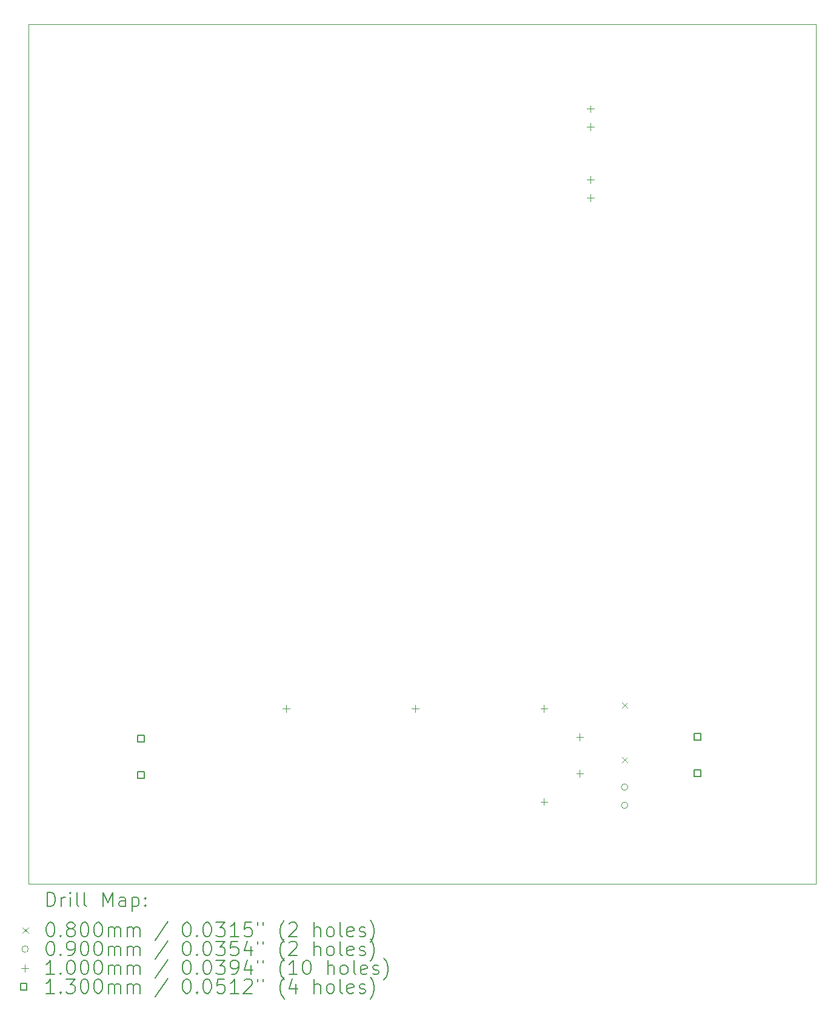
<source format=gbr>
%TF.GenerationSoftware,KiCad,Pcbnew,8.0.5*%
%TF.CreationDate,2024-11-10T22:21:34+02:00*%
%TF.ProjectId,PowerBoard,506f7765-7242-46f6-9172-642e6b696361,rev?*%
%TF.SameCoordinates,Original*%
%TF.FileFunction,Drillmap*%
%TF.FilePolarity,Positive*%
%FSLAX45Y45*%
G04 Gerber Fmt 4.5, Leading zero omitted, Abs format (unit mm)*
G04 Created by KiCad (PCBNEW 8.0.5) date 2024-11-10 22:21:34*
%MOMM*%
%LPD*%
G01*
G04 APERTURE LIST*
%ADD10C,0.050000*%
%ADD11C,0.200000*%
%ADD12C,0.100000*%
%ADD13C,0.130000*%
G04 APERTURE END LIST*
D10*
X7250000Y-3200000D02*
X18250000Y-3200000D01*
X18250000Y-15200000D01*
X7250000Y-15200000D01*
X7250000Y-3200000D01*
D11*
D12*
X15535000Y-12662500D02*
X15615000Y-12742500D01*
X15615000Y-12662500D02*
X15535000Y-12742500D01*
X15535000Y-13424500D02*
X15615000Y-13504500D01*
X15615000Y-13424500D02*
X15535000Y-13504500D01*
X15620000Y-13846000D02*
G75*
G02*
X15530000Y-13846000I-45000J0D01*
G01*
X15530000Y-13846000D02*
G75*
G02*
X15620000Y-13846000I45000J0D01*
G01*
X15620000Y-14100000D02*
G75*
G02*
X15530000Y-14100000I-45000J0D01*
G01*
X15530000Y-14100000D02*
G75*
G02*
X15620000Y-14100000I45000J0D01*
G01*
X10850000Y-12700000D02*
X10850000Y-12800000D01*
X10800000Y-12750000D02*
X10900000Y-12750000D01*
X12650000Y-12700000D02*
X12650000Y-12800000D01*
X12600000Y-12750000D02*
X12700000Y-12750000D01*
X14450000Y-12700000D02*
X14450000Y-12800000D01*
X14400000Y-12750000D02*
X14500000Y-12750000D01*
X14450000Y-14000000D02*
X14450000Y-14100000D01*
X14400000Y-14050000D02*
X14500000Y-14050000D01*
X14950000Y-13096000D02*
X14950000Y-13196000D01*
X14900000Y-13146000D02*
X15000000Y-13146000D01*
X14950000Y-13604000D02*
X14950000Y-13704000D01*
X14900000Y-13654000D02*
X15000000Y-13654000D01*
X15100000Y-4330000D02*
X15100000Y-4430000D01*
X15050000Y-4380000D02*
X15150000Y-4380000D01*
X15100000Y-4580000D02*
X15100000Y-4680000D01*
X15050000Y-4630000D02*
X15150000Y-4630000D01*
X15100000Y-5320000D02*
X15100000Y-5420000D01*
X15050000Y-5370000D02*
X15150000Y-5370000D01*
X15100000Y-5570000D02*
X15100000Y-5670000D01*
X15050000Y-5620000D02*
X15150000Y-5620000D01*
D13*
X8865462Y-13216462D02*
X8865462Y-13124538D01*
X8773538Y-13124538D01*
X8773538Y-13216462D01*
X8865462Y-13216462D01*
X8865462Y-13724462D02*
X8865462Y-13632538D01*
X8773538Y-13632538D01*
X8773538Y-13724462D01*
X8865462Y-13724462D01*
X16639462Y-13192462D02*
X16639462Y-13100538D01*
X16547538Y-13100538D01*
X16547538Y-13192462D01*
X16639462Y-13192462D01*
X16639462Y-13700462D02*
X16639462Y-13608538D01*
X16547538Y-13608538D01*
X16547538Y-13700462D01*
X16639462Y-13700462D01*
D11*
X7508277Y-15513984D02*
X7508277Y-15313984D01*
X7508277Y-15313984D02*
X7555896Y-15313984D01*
X7555896Y-15313984D02*
X7584467Y-15323508D01*
X7584467Y-15323508D02*
X7603515Y-15342555D01*
X7603515Y-15342555D02*
X7613039Y-15361603D01*
X7613039Y-15361603D02*
X7622562Y-15399698D01*
X7622562Y-15399698D02*
X7622562Y-15428269D01*
X7622562Y-15428269D02*
X7613039Y-15466365D01*
X7613039Y-15466365D02*
X7603515Y-15485412D01*
X7603515Y-15485412D02*
X7584467Y-15504460D01*
X7584467Y-15504460D02*
X7555896Y-15513984D01*
X7555896Y-15513984D02*
X7508277Y-15513984D01*
X7708277Y-15513984D02*
X7708277Y-15380650D01*
X7708277Y-15418746D02*
X7717801Y-15399698D01*
X7717801Y-15399698D02*
X7727324Y-15390174D01*
X7727324Y-15390174D02*
X7746372Y-15380650D01*
X7746372Y-15380650D02*
X7765420Y-15380650D01*
X7832086Y-15513984D02*
X7832086Y-15380650D01*
X7832086Y-15313984D02*
X7822562Y-15323508D01*
X7822562Y-15323508D02*
X7832086Y-15333031D01*
X7832086Y-15333031D02*
X7841610Y-15323508D01*
X7841610Y-15323508D02*
X7832086Y-15313984D01*
X7832086Y-15313984D02*
X7832086Y-15333031D01*
X7955896Y-15513984D02*
X7936848Y-15504460D01*
X7936848Y-15504460D02*
X7927324Y-15485412D01*
X7927324Y-15485412D02*
X7927324Y-15313984D01*
X8060658Y-15513984D02*
X8041610Y-15504460D01*
X8041610Y-15504460D02*
X8032086Y-15485412D01*
X8032086Y-15485412D02*
X8032086Y-15313984D01*
X8289229Y-15513984D02*
X8289229Y-15313984D01*
X8289229Y-15313984D02*
X8355896Y-15456841D01*
X8355896Y-15456841D02*
X8422563Y-15313984D01*
X8422563Y-15313984D02*
X8422563Y-15513984D01*
X8603515Y-15513984D02*
X8603515Y-15409222D01*
X8603515Y-15409222D02*
X8593991Y-15390174D01*
X8593991Y-15390174D02*
X8574944Y-15380650D01*
X8574944Y-15380650D02*
X8536848Y-15380650D01*
X8536848Y-15380650D02*
X8517801Y-15390174D01*
X8603515Y-15504460D02*
X8584467Y-15513984D01*
X8584467Y-15513984D02*
X8536848Y-15513984D01*
X8536848Y-15513984D02*
X8517801Y-15504460D01*
X8517801Y-15504460D02*
X8508277Y-15485412D01*
X8508277Y-15485412D02*
X8508277Y-15466365D01*
X8508277Y-15466365D02*
X8517801Y-15447317D01*
X8517801Y-15447317D02*
X8536848Y-15437793D01*
X8536848Y-15437793D02*
X8584467Y-15437793D01*
X8584467Y-15437793D02*
X8603515Y-15428269D01*
X8698753Y-15380650D02*
X8698753Y-15580650D01*
X8698753Y-15390174D02*
X8717801Y-15380650D01*
X8717801Y-15380650D02*
X8755896Y-15380650D01*
X8755896Y-15380650D02*
X8774944Y-15390174D01*
X8774944Y-15390174D02*
X8784467Y-15399698D01*
X8784467Y-15399698D02*
X8793991Y-15418746D01*
X8793991Y-15418746D02*
X8793991Y-15475888D01*
X8793991Y-15475888D02*
X8784467Y-15494936D01*
X8784467Y-15494936D02*
X8774944Y-15504460D01*
X8774944Y-15504460D02*
X8755896Y-15513984D01*
X8755896Y-15513984D02*
X8717801Y-15513984D01*
X8717801Y-15513984D02*
X8698753Y-15504460D01*
X8879705Y-15494936D02*
X8889229Y-15504460D01*
X8889229Y-15504460D02*
X8879705Y-15513984D01*
X8879705Y-15513984D02*
X8870182Y-15504460D01*
X8870182Y-15504460D02*
X8879705Y-15494936D01*
X8879705Y-15494936D02*
X8879705Y-15513984D01*
X8879705Y-15390174D02*
X8889229Y-15399698D01*
X8889229Y-15399698D02*
X8879705Y-15409222D01*
X8879705Y-15409222D02*
X8870182Y-15399698D01*
X8870182Y-15399698D02*
X8879705Y-15390174D01*
X8879705Y-15390174D02*
X8879705Y-15409222D01*
D12*
X7167500Y-15802500D02*
X7247500Y-15882500D01*
X7247500Y-15802500D02*
X7167500Y-15882500D01*
D11*
X7546372Y-15733984D02*
X7565420Y-15733984D01*
X7565420Y-15733984D02*
X7584467Y-15743508D01*
X7584467Y-15743508D02*
X7593991Y-15753031D01*
X7593991Y-15753031D02*
X7603515Y-15772079D01*
X7603515Y-15772079D02*
X7613039Y-15810174D01*
X7613039Y-15810174D02*
X7613039Y-15857793D01*
X7613039Y-15857793D02*
X7603515Y-15895888D01*
X7603515Y-15895888D02*
X7593991Y-15914936D01*
X7593991Y-15914936D02*
X7584467Y-15924460D01*
X7584467Y-15924460D02*
X7565420Y-15933984D01*
X7565420Y-15933984D02*
X7546372Y-15933984D01*
X7546372Y-15933984D02*
X7527324Y-15924460D01*
X7527324Y-15924460D02*
X7517801Y-15914936D01*
X7517801Y-15914936D02*
X7508277Y-15895888D01*
X7508277Y-15895888D02*
X7498753Y-15857793D01*
X7498753Y-15857793D02*
X7498753Y-15810174D01*
X7498753Y-15810174D02*
X7508277Y-15772079D01*
X7508277Y-15772079D02*
X7517801Y-15753031D01*
X7517801Y-15753031D02*
X7527324Y-15743508D01*
X7527324Y-15743508D02*
X7546372Y-15733984D01*
X7698753Y-15914936D02*
X7708277Y-15924460D01*
X7708277Y-15924460D02*
X7698753Y-15933984D01*
X7698753Y-15933984D02*
X7689229Y-15924460D01*
X7689229Y-15924460D02*
X7698753Y-15914936D01*
X7698753Y-15914936D02*
X7698753Y-15933984D01*
X7822562Y-15819698D02*
X7803515Y-15810174D01*
X7803515Y-15810174D02*
X7793991Y-15800650D01*
X7793991Y-15800650D02*
X7784467Y-15781603D01*
X7784467Y-15781603D02*
X7784467Y-15772079D01*
X7784467Y-15772079D02*
X7793991Y-15753031D01*
X7793991Y-15753031D02*
X7803515Y-15743508D01*
X7803515Y-15743508D02*
X7822562Y-15733984D01*
X7822562Y-15733984D02*
X7860658Y-15733984D01*
X7860658Y-15733984D02*
X7879705Y-15743508D01*
X7879705Y-15743508D02*
X7889229Y-15753031D01*
X7889229Y-15753031D02*
X7898753Y-15772079D01*
X7898753Y-15772079D02*
X7898753Y-15781603D01*
X7898753Y-15781603D02*
X7889229Y-15800650D01*
X7889229Y-15800650D02*
X7879705Y-15810174D01*
X7879705Y-15810174D02*
X7860658Y-15819698D01*
X7860658Y-15819698D02*
X7822562Y-15819698D01*
X7822562Y-15819698D02*
X7803515Y-15829222D01*
X7803515Y-15829222D02*
X7793991Y-15838746D01*
X7793991Y-15838746D02*
X7784467Y-15857793D01*
X7784467Y-15857793D02*
X7784467Y-15895888D01*
X7784467Y-15895888D02*
X7793991Y-15914936D01*
X7793991Y-15914936D02*
X7803515Y-15924460D01*
X7803515Y-15924460D02*
X7822562Y-15933984D01*
X7822562Y-15933984D02*
X7860658Y-15933984D01*
X7860658Y-15933984D02*
X7879705Y-15924460D01*
X7879705Y-15924460D02*
X7889229Y-15914936D01*
X7889229Y-15914936D02*
X7898753Y-15895888D01*
X7898753Y-15895888D02*
X7898753Y-15857793D01*
X7898753Y-15857793D02*
X7889229Y-15838746D01*
X7889229Y-15838746D02*
X7879705Y-15829222D01*
X7879705Y-15829222D02*
X7860658Y-15819698D01*
X8022562Y-15733984D02*
X8041610Y-15733984D01*
X8041610Y-15733984D02*
X8060658Y-15743508D01*
X8060658Y-15743508D02*
X8070182Y-15753031D01*
X8070182Y-15753031D02*
X8079705Y-15772079D01*
X8079705Y-15772079D02*
X8089229Y-15810174D01*
X8089229Y-15810174D02*
X8089229Y-15857793D01*
X8089229Y-15857793D02*
X8079705Y-15895888D01*
X8079705Y-15895888D02*
X8070182Y-15914936D01*
X8070182Y-15914936D02*
X8060658Y-15924460D01*
X8060658Y-15924460D02*
X8041610Y-15933984D01*
X8041610Y-15933984D02*
X8022562Y-15933984D01*
X8022562Y-15933984D02*
X8003515Y-15924460D01*
X8003515Y-15924460D02*
X7993991Y-15914936D01*
X7993991Y-15914936D02*
X7984467Y-15895888D01*
X7984467Y-15895888D02*
X7974943Y-15857793D01*
X7974943Y-15857793D02*
X7974943Y-15810174D01*
X7974943Y-15810174D02*
X7984467Y-15772079D01*
X7984467Y-15772079D02*
X7993991Y-15753031D01*
X7993991Y-15753031D02*
X8003515Y-15743508D01*
X8003515Y-15743508D02*
X8022562Y-15733984D01*
X8213039Y-15733984D02*
X8232086Y-15733984D01*
X8232086Y-15733984D02*
X8251134Y-15743508D01*
X8251134Y-15743508D02*
X8260658Y-15753031D01*
X8260658Y-15753031D02*
X8270182Y-15772079D01*
X8270182Y-15772079D02*
X8279705Y-15810174D01*
X8279705Y-15810174D02*
X8279705Y-15857793D01*
X8279705Y-15857793D02*
X8270182Y-15895888D01*
X8270182Y-15895888D02*
X8260658Y-15914936D01*
X8260658Y-15914936D02*
X8251134Y-15924460D01*
X8251134Y-15924460D02*
X8232086Y-15933984D01*
X8232086Y-15933984D02*
X8213039Y-15933984D01*
X8213039Y-15933984D02*
X8193991Y-15924460D01*
X8193991Y-15924460D02*
X8184467Y-15914936D01*
X8184467Y-15914936D02*
X8174943Y-15895888D01*
X8174943Y-15895888D02*
X8165420Y-15857793D01*
X8165420Y-15857793D02*
X8165420Y-15810174D01*
X8165420Y-15810174D02*
X8174943Y-15772079D01*
X8174943Y-15772079D02*
X8184467Y-15753031D01*
X8184467Y-15753031D02*
X8193991Y-15743508D01*
X8193991Y-15743508D02*
X8213039Y-15733984D01*
X8365420Y-15933984D02*
X8365420Y-15800650D01*
X8365420Y-15819698D02*
X8374943Y-15810174D01*
X8374943Y-15810174D02*
X8393991Y-15800650D01*
X8393991Y-15800650D02*
X8422563Y-15800650D01*
X8422563Y-15800650D02*
X8441610Y-15810174D01*
X8441610Y-15810174D02*
X8451134Y-15829222D01*
X8451134Y-15829222D02*
X8451134Y-15933984D01*
X8451134Y-15829222D02*
X8460658Y-15810174D01*
X8460658Y-15810174D02*
X8479705Y-15800650D01*
X8479705Y-15800650D02*
X8508277Y-15800650D01*
X8508277Y-15800650D02*
X8527325Y-15810174D01*
X8527325Y-15810174D02*
X8536848Y-15829222D01*
X8536848Y-15829222D02*
X8536848Y-15933984D01*
X8632086Y-15933984D02*
X8632086Y-15800650D01*
X8632086Y-15819698D02*
X8641610Y-15810174D01*
X8641610Y-15810174D02*
X8660658Y-15800650D01*
X8660658Y-15800650D02*
X8689229Y-15800650D01*
X8689229Y-15800650D02*
X8708277Y-15810174D01*
X8708277Y-15810174D02*
X8717801Y-15829222D01*
X8717801Y-15829222D02*
X8717801Y-15933984D01*
X8717801Y-15829222D02*
X8727325Y-15810174D01*
X8727325Y-15810174D02*
X8746372Y-15800650D01*
X8746372Y-15800650D02*
X8774944Y-15800650D01*
X8774944Y-15800650D02*
X8793991Y-15810174D01*
X8793991Y-15810174D02*
X8803515Y-15829222D01*
X8803515Y-15829222D02*
X8803515Y-15933984D01*
X9193991Y-15724460D02*
X9022563Y-15981603D01*
X9451134Y-15733984D02*
X9470182Y-15733984D01*
X9470182Y-15733984D02*
X9489229Y-15743508D01*
X9489229Y-15743508D02*
X9498753Y-15753031D01*
X9498753Y-15753031D02*
X9508277Y-15772079D01*
X9508277Y-15772079D02*
X9517801Y-15810174D01*
X9517801Y-15810174D02*
X9517801Y-15857793D01*
X9517801Y-15857793D02*
X9508277Y-15895888D01*
X9508277Y-15895888D02*
X9498753Y-15914936D01*
X9498753Y-15914936D02*
X9489229Y-15924460D01*
X9489229Y-15924460D02*
X9470182Y-15933984D01*
X9470182Y-15933984D02*
X9451134Y-15933984D01*
X9451134Y-15933984D02*
X9432087Y-15924460D01*
X9432087Y-15924460D02*
X9422563Y-15914936D01*
X9422563Y-15914936D02*
X9413039Y-15895888D01*
X9413039Y-15895888D02*
X9403515Y-15857793D01*
X9403515Y-15857793D02*
X9403515Y-15810174D01*
X9403515Y-15810174D02*
X9413039Y-15772079D01*
X9413039Y-15772079D02*
X9422563Y-15753031D01*
X9422563Y-15753031D02*
X9432087Y-15743508D01*
X9432087Y-15743508D02*
X9451134Y-15733984D01*
X9603515Y-15914936D02*
X9613039Y-15924460D01*
X9613039Y-15924460D02*
X9603515Y-15933984D01*
X9603515Y-15933984D02*
X9593991Y-15924460D01*
X9593991Y-15924460D02*
X9603515Y-15914936D01*
X9603515Y-15914936D02*
X9603515Y-15933984D01*
X9736848Y-15733984D02*
X9755896Y-15733984D01*
X9755896Y-15733984D02*
X9774944Y-15743508D01*
X9774944Y-15743508D02*
X9784468Y-15753031D01*
X9784468Y-15753031D02*
X9793991Y-15772079D01*
X9793991Y-15772079D02*
X9803515Y-15810174D01*
X9803515Y-15810174D02*
X9803515Y-15857793D01*
X9803515Y-15857793D02*
X9793991Y-15895888D01*
X9793991Y-15895888D02*
X9784468Y-15914936D01*
X9784468Y-15914936D02*
X9774944Y-15924460D01*
X9774944Y-15924460D02*
X9755896Y-15933984D01*
X9755896Y-15933984D02*
X9736848Y-15933984D01*
X9736848Y-15933984D02*
X9717801Y-15924460D01*
X9717801Y-15924460D02*
X9708277Y-15914936D01*
X9708277Y-15914936D02*
X9698753Y-15895888D01*
X9698753Y-15895888D02*
X9689229Y-15857793D01*
X9689229Y-15857793D02*
X9689229Y-15810174D01*
X9689229Y-15810174D02*
X9698753Y-15772079D01*
X9698753Y-15772079D02*
X9708277Y-15753031D01*
X9708277Y-15753031D02*
X9717801Y-15743508D01*
X9717801Y-15743508D02*
X9736848Y-15733984D01*
X9870182Y-15733984D02*
X9993991Y-15733984D01*
X9993991Y-15733984D02*
X9927325Y-15810174D01*
X9927325Y-15810174D02*
X9955896Y-15810174D01*
X9955896Y-15810174D02*
X9974944Y-15819698D01*
X9974944Y-15819698D02*
X9984468Y-15829222D01*
X9984468Y-15829222D02*
X9993991Y-15848269D01*
X9993991Y-15848269D02*
X9993991Y-15895888D01*
X9993991Y-15895888D02*
X9984468Y-15914936D01*
X9984468Y-15914936D02*
X9974944Y-15924460D01*
X9974944Y-15924460D02*
X9955896Y-15933984D01*
X9955896Y-15933984D02*
X9898753Y-15933984D01*
X9898753Y-15933984D02*
X9879706Y-15924460D01*
X9879706Y-15924460D02*
X9870182Y-15914936D01*
X10184468Y-15933984D02*
X10070182Y-15933984D01*
X10127325Y-15933984D02*
X10127325Y-15733984D01*
X10127325Y-15733984D02*
X10108277Y-15762555D01*
X10108277Y-15762555D02*
X10089229Y-15781603D01*
X10089229Y-15781603D02*
X10070182Y-15791127D01*
X10365420Y-15733984D02*
X10270182Y-15733984D01*
X10270182Y-15733984D02*
X10260658Y-15829222D01*
X10260658Y-15829222D02*
X10270182Y-15819698D01*
X10270182Y-15819698D02*
X10289229Y-15810174D01*
X10289229Y-15810174D02*
X10336849Y-15810174D01*
X10336849Y-15810174D02*
X10355896Y-15819698D01*
X10355896Y-15819698D02*
X10365420Y-15829222D01*
X10365420Y-15829222D02*
X10374944Y-15848269D01*
X10374944Y-15848269D02*
X10374944Y-15895888D01*
X10374944Y-15895888D02*
X10365420Y-15914936D01*
X10365420Y-15914936D02*
X10355896Y-15924460D01*
X10355896Y-15924460D02*
X10336849Y-15933984D01*
X10336849Y-15933984D02*
X10289229Y-15933984D01*
X10289229Y-15933984D02*
X10270182Y-15924460D01*
X10270182Y-15924460D02*
X10260658Y-15914936D01*
X10451134Y-15733984D02*
X10451134Y-15772079D01*
X10527325Y-15733984D02*
X10527325Y-15772079D01*
X10822563Y-16010174D02*
X10813039Y-16000650D01*
X10813039Y-16000650D02*
X10793991Y-15972079D01*
X10793991Y-15972079D02*
X10784468Y-15953031D01*
X10784468Y-15953031D02*
X10774944Y-15924460D01*
X10774944Y-15924460D02*
X10765420Y-15876841D01*
X10765420Y-15876841D02*
X10765420Y-15838746D01*
X10765420Y-15838746D02*
X10774944Y-15791127D01*
X10774944Y-15791127D02*
X10784468Y-15762555D01*
X10784468Y-15762555D02*
X10793991Y-15743508D01*
X10793991Y-15743508D02*
X10813039Y-15714936D01*
X10813039Y-15714936D02*
X10822563Y-15705412D01*
X10889230Y-15753031D02*
X10898753Y-15743508D01*
X10898753Y-15743508D02*
X10917801Y-15733984D01*
X10917801Y-15733984D02*
X10965420Y-15733984D01*
X10965420Y-15733984D02*
X10984468Y-15743508D01*
X10984468Y-15743508D02*
X10993991Y-15753031D01*
X10993991Y-15753031D02*
X11003515Y-15772079D01*
X11003515Y-15772079D02*
X11003515Y-15791127D01*
X11003515Y-15791127D02*
X10993991Y-15819698D01*
X10993991Y-15819698D02*
X10879706Y-15933984D01*
X10879706Y-15933984D02*
X11003515Y-15933984D01*
X11241610Y-15933984D02*
X11241610Y-15733984D01*
X11327325Y-15933984D02*
X11327325Y-15829222D01*
X11327325Y-15829222D02*
X11317801Y-15810174D01*
X11317801Y-15810174D02*
X11298753Y-15800650D01*
X11298753Y-15800650D02*
X11270182Y-15800650D01*
X11270182Y-15800650D02*
X11251134Y-15810174D01*
X11251134Y-15810174D02*
X11241610Y-15819698D01*
X11451134Y-15933984D02*
X11432087Y-15924460D01*
X11432087Y-15924460D02*
X11422563Y-15914936D01*
X11422563Y-15914936D02*
X11413039Y-15895888D01*
X11413039Y-15895888D02*
X11413039Y-15838746D01*
X11413039Y-15838746D02*
X11422563Y-15819698D01*
X11422563Y-15819698D02*
X11432087Y-15810174D01*
X11432087Y-15810174D02*
X11451134Y-15800650D01*
X11451134Y-15800650D02*
X11479706Y-15800650D01*
X11479706Y-15800650D02*
X11498753Y-15810174D01*
X11498753Y-15810174D02*
X11508277Y-15819698D01*
X11508277Y-15819698D02*
X11517801Y-15838746D01*
X11517801Y-15838746D02*
X11517801Y-15895888D01*
X11517801Y-15895888D02*
X11508277Y-15914936D01*
X11508277Y-15914936D02*
X11498753Y-15924460D01*
X11498753Y-15924460D02*
X11479706Y-15933984D01*
X11479706Y-15933984D02*
X11451134Y-15933984D01*
X11632087Y-15933984D02*
X11613039Y-15924460D01*
X11613039Y-15924460D02*
X11603515Y-15905412D01*
X11603515Y-15905412D02*
X11603515Y-15733984D01*
X11784468Y-15924460D02*
X11765420Y-15933984D01*
X11765420Y-15933984D02*
X11727325Y-15933984D01*
X11727325Y-15933984D02*
X11708277Y-15924460D01*
X11708277Y-15924460D02*
X11698753Y-15905412D01*
X11698753Y-15905412D02*
X11698753Y-15829222D01*
X11698753Y-15829222D02*
X11708277Y-15810174D01*
X11708277Y-15810174D02*
X11727325Y-15800650D01*
X11727325Y-15800650D02*
X11765420Y-15800650D01*
X11765420Y-15800650D02*
X11784468Y-15810174D01*
X11784468Y-15810174D02*
X11793991Y-15829222D01*
X11793991Y-15829222D02*
X11793991Y-15848269D01*
X11793991Y-15848269D02*
X11698753Y-15867317D01*
X11870182Y-15924460D02*
X11889230Y-15933984D01*
X11889230Y-15933984D02*
X11927325Y-15933984D01*
X11927325Y-15933984D02*
X11946372Y-15924460D01*
X11946372Y-15924460D02*
X11955896Y-15905412D01*
X11955896Y-15905412D02*
X11955896Y-15895888D01*
X11955896Y-15895888D02*
X11946372Y-15876841D01*
X11946372Y-15876841D02*
X11927325Y-15867317D01*
X11927325Y-15867317D02*
X11898753Y-15867317D01*
X11898753Y-15867317D02*
X11879706Y-15857793D01*
X11879706Y-15857793D02*
X11870182Y-15838746D01*
X11870182Y-15838746D02*
X11870182Y-15829222D01*
X11870182Y-15829222D02*
X11879706Y-15810174D01*
X11879706Y-15810174D02*
X11898753Y-15800650D01*
X11898753Y-15800650D02*
X11927325Y-15800650D01*
X11927325Y-15800650D02*
X11946372Y-15810174D01*
X12022563Y-16010174D02*
X12032087Y-16000650D01*
X12032087Y-16000650D02*
X12051134Y-15972079D01*
X12051134Y-15972079D02*
X12060658Y-15953031D01*
X12060658Y-15953031D02*
X12070182Y-15924460D01*
X12070182Y-15924460D02*
X12079706Y-15876841D01*
X12079706Y-15876841D02*
X12079706Y-15838746D01*
X12079706Y-15838746D02*
X12070182Y-15791127D01*
X12070182Y-15791127D02*
X12060658Y-15762555D01*
X12060658Y-15762555D02*
X12051134Y-15743508D01*
X12051134Y-15743508D02*
X12032087Y-15714936D01*
X12032087Y-15714936D02*
X12022563Y-15705412D01*
D12*
X7247500Y-16106500D02*
G75*
G02*
X7157500Y-16106500I-45000J0D01*
G01*
X7157500Y-16106500D02*
G75*
G02*
X7247500Y-16106500I45000J0D01*
G01*
D11*
X7546372Y-15997984D02*
X7565420Y-15997984D01*
X7565420Y-15997984D02*
X7584467Y-16007508D01*
X7584467Y-16007508D02*
X7593991Y-16017031D01*
X7593991Y-16017031D02*
X7603515Y-16036079D01*
X7603515Y-16036079D02*
X7613039Y-16074174D01*
X7613039Y-16074174D02*
X7613039Y-16121793D01*
X7613039Y-16121793D02*
X7603515Y-16159888D01*
X7603515Y-16159888D02*
X7593991Y-16178936D01*
X7593991Y-16178936D02*
X7584467Y-16188460D01*
X7584467Y-16188460D02*
X7565420Y-16197984D01*
X7565420Y-16197984D02*
X7546372Y-16197984D01*
X7546372Y-16197984D02*
X7527324Y-16188460D01*
X7527324Y-16188460D02*
X7517801Y-16178936D01*
X7517801Y-16178936D02*
X7508277Y-16159888D01*
X7508277Y-16159888D02*
X7498753Y-16121793D01*
X7498753Y-16121793D02*
X7498753Y-16074174D01*
X7498753Y-16074174D02*
X7508277Y-16036079D01*
X7508277Y-16036079D02*
X7517801Y-16017031D01*
X7517801Y-16017031D02*
X7527324Y-16007508D01*
X7527324Y-16007508D02*
X7546372Y-15997984D01*
X7698753Y-16178936D02*
X7708277Y-16188460D01*
X7708277Y-16188460D02*
X7698753Y-16197984D01*
X7698753Y-16197984D02*
X7689229Y-16188460D01*
X7689229Y-16188460D02*
X7698753Y-16178936D01*
X7698753Y-16178936D02*
X7698753Y-16197984D01*
X7803515Y-16197984D02*
X7841610Y-16197984D01*
X7841610Y-16197984D02*
X7860658Y-16188460D01*
X7860658Y-16188460D02*
X7870182Y-16178936D01*
X7870182Y-16178936D02*
X7889229Y-16150365D01*
X7889229Y-16150365D02*
X7898753Y-16112269D01*
X7898753Y-16112269D02*
X7898753Y-16036079D01*
X7898753Y-16036079D02*
X7889229Y-16017031D01*
X7889229Y-16017031D02*
X7879705Y-16007508D01*
X7879705Y-16007508D02*
X7860658Y-15997984D01*
X7860658Y-15997984D02*
X7822562Y-15997984D01*
X7822562Y-15997984D02*
X7803515Y-16007508D01*
X7803515Y-16007508D02*
X7793991Y-16017031D01*
X7793991Y-16017031D02*
X7784467Y-16036079D01*
X7784467Y-16036079D02*
X7784467Y-16083698D01*
X7784467Y-16083698D02*
X7793991Y-16102746D01*
X7793991Y-16102746D02*
X7803515Y-16112269D01*
X7803515Y-16112269D02*
X7822562Y-16121793D01*
X7822562Y-16121793D02*
X7860658Y-16121793D01*
X7860658Y-16121793D02*
X7879705Y-16112269D01*
X7879705Y-16112269D02*
X7889229Y-16102746D01*
X7889229Y-16102746D02*
X7898753Y-16083698D01*
X8022562Y-15997984D02*
X8041610Y-15997984D01*
X8041610Y-15997984D02*
X8060658Y-16007508D01*
X8060658Y-16007508D02*
X8070182Y-16017031D01*
X8070182Y-16017031D02*
X8079705Y-16036079D01*
X8079705Y-16036079D02*
X8089229Y-16074174D01*
X8089229Y-16074174D02*
X8089229Y-16121793D01*
X8089229Y-16121793D02*
X8079705Y-16159888D01*
X8079705Y-16159888D02*
X8070182Y-16178936D01*
X8070182Y-16178936D02*
X8060658Y-16188460D01*
X8060658Y-16188460D02*
X8041610Y-16197984D01*
X8041610Y-16197984D02*
X8022562Y-16197984D01*
X8022562Y-16197984D02*
X8003515Y-16188460D01*
X8003515Y-16188460D02*
X7993991Y-16178936D01*
X7993991Y-16178936D02*
X7984467Y-16159888D01*
X7984467Y-16159888D02*
X7974943Y-16121793D01*
X7974943Y-16121793D02*
X7974943Y-16074174D01*
X7974943Y-16074174D02*
X7984467Y-16036079D01*
X7984467Y-16036079D02*
X7993991Y-16017031D01*
X7993991Y-16017031D02*
X8003515Y-16007508D01*
X8003515Y-16007508D02*
X8022562Y-15997984D01*
X8213039Y-15997984D02*
X8232086Y-15997984D01*
X8232086Y-15997984D02*
X8251134Y-16007508D01*
X8251134Y-16007508D02*
X8260658Y-16017031D01*
X8260658Y-16017031D02*
X8270182Y-16036079D01*
X8270182Y-16036079D02*
X8279705Y-16074174D01*
X8279705Y-16074174D02*
X8279705Y-16121793D01*
X8279705Y-16121793D02*
X8270182Y-16159888D01*
X8270182Y-16159888D02*
X8260658Y-16178936D01*
X8260658Y-16178936D02*
X8251134Y-16188460D01*
X8251134Y-16188460D02*
X8232086Y-16197984D01*
X8232086Y-16197984D02*
X8213039Y-16197984D01*
X8213039Y-16197984D02*
X8193991Y-16188460D01*
X8193991Y-16188460D02*
X8184467Y-16178936D01*
X8184467Y-16178936D02*
X8174943Y-16159888D01*
X8174943Y-16159888D02*
X8165420Y-16121793D01*
X8165420Y-16121793D02*
X8165420Y-16074174D01*
X8165420Y-16074174D02*
X8174943Y-16036079D01*
X8174943Y-16036079D02*
X8184467Y-16017031D01*
X8184467Y-16017031D02*
X8193991Y-16007508D01*
X8193991Y-16007508D02*
X8213039Y-15997984D01*
X8365420Y-16197984D02*
X8365420Y-16064650D01*
X8365420Y-16083698D02*
X8374943Y-16074174D01*
X8374943Y-16074174D02*
X8393991Y-16064650D01*
X8393991Y-16064650D02*
X8422563Y-16064650D01*
X8422563Y-16064650D02*
X8441610Y-16074174D01*
X8441610Y-16074174D02*
X8451134Y-16093222D01*
X8451134Y-16093222D02*
X8451134Y-16197984D01*
X8451134Y-16093222D02*
X8460658Y-16074174D01*
X8460658Y-16074174D02*
X8479705Y-16064650D01*
X8479705Y-16064650D02*
X8508277Y-16064650D01*
X8508277Y-16064650D02*
X8527325Y-16074174D01*
X8527325Y-16074174D02*
X8536848Y-16093222D01*
X8536848Y-16093222D02*
X8536848Y-16197984D01*
X8632086Y-16197984D02*
X8632086Y-16064650D01*
X8632086Y-16083698D02*
X8641610Y-16074174D01*
X8641610Y-16074174D02*
X8660658Y-16064650D01*
X8660658Y-16064650D02*
X8689229Y-16064650D01*
X8689229Y-16064650D02*
X8708277Y-16074174D01*
X8708277Y-16074174D02*
X8717801Y-16093222D01*
X8717801Y-16093222D02*
X8717801Y-16197984D01*
X8717801Y-16093222D02*
X8727325Y-16074174D01*
X8727325Y-16074174D02*
X8746372Y-16064650D01*
X8746372Y-16064650D02*
X8774944Y-16064650D01*
X8774944Y-16064650D02*
X8793991Y-16074174D01*
X8793991Y-16074174D02*
X8803515Y-16093222D01*
X8803515Y-16093222D02*
X8803515Y-16197984D01*
X9193991Y-15988460D02*
X9022563Y-16245603D01*
X9451134Y-15997984D02*
X9470182Y-15997984D01*
X9470182Y-15997984D02*
X9489229Y-16007508D01*
X9489229Y-16007508D02*
X9498753Y-16017031D01*
X9498753Y-16017031D02*
X9508277Y-16036079D01*
X9508277Y-16036079D02*
X9517801Y-16074174D01*
X9517801Y-16074174D02*
X9517801Y-16121793D01*
X9517801Y-16121793D02*
X9508277Y-16159888D01*
X9508277Y-16159888D02*
X9498753Y-16178936D01*
X9498753Y-16178936D02*
X9489229Y-16188460D01*
X9489229Y-16188460D02*
X9470182Y-16197984D01*
X9470182Y-16197984D02*
X9451134Y-16197984D01*
X9451134Y-16197984D02*
X9432087Y-16188460D01*
X9432087Y-16188460D02*
X9422563Y-16178936D01*
X9422563Y-16178936D02*
X9413039Y-16159888D01*
X9413039Y-16159888D02*
X9403515Y-16121793D01*
X9403515Y-16121793D02*
X9403515Y-16074174D01*
X9403515Y-16074174D02*
X9413039Y-16036079D01*
X9413039Y-16036079D02*
X9422563Y-16017031D01*
X9422563Y-16017031D02*
X9432087Y-16007508D01*
X9432087Y-16007508D02*
X9451134Y-15997984D01*
X9603515Y-16178936D02*
X9613039Y-16188460D01*
X9613039Y-16188460D02*
X9603515Y-16197984D01*
X9603515Y-16197984D02*
X9593991Y-16188460D01*
X9593991Y-16188460D02*
X9603515Y-16178936D01*
X9603515Y-16178936D02*
X9603515Y-16197984D01*
X9736848Y-15997984D02*
X9755896Y-15997984D01*
X9755896Y-15997984D02*
X9774944Y-16007508D01*
X9774944Y-16007508D02*
X9784468Y-16017031D01*
X9784468Y-16017031D02*
X9793991Y-16036079D01*
X9793991Y-16036079D02*
X9803515Y-16074174D01*
X9803515Y-16074174D02*
X9803515Y-16121793D01*
X9803515Y-16121793D02*
X9793991Y-16159888D01*
X9793991Y-16159888D02*
X9784468Y-16178936D01*
X9784468Y-16178936D02*
X9774944Y-16188460D01*
X9774944Y-16188460D02*
X9755896Y-16197984D01*
X9755896Y-16197984D02*
X9736848Y-16197984D01*
X9736848Y-16197984D02*
X9717801Y-16188460D01*
X9717801Y-16188460D02*
X9708277Y-16178936D01*
X9708277Y-16178936D02*
X9698753Y-16159888D01*
X9698753Y-16159888D02*
X9689229Y-16121793D01*
X9689229Y-16121793D02*
X9689229Y-16074174D01*
X9689229Y-16074174D02*
X9698753Y-16036079D01*
X9698753Y-16036079D02*
X9708277Y-16017031D01*
X9708277Y-16017031D02*
X9717801Y-16007508D01*
X9717801Y-16007508D02*
X9736848Y-15997984D01*
X9870182Y-15997984D02*
X9993991Y-15997984D01*
X9993991Y-15997984D02*
X9927325Y-16074174D01*
X9927325Y-16074174D02*
X9955896Y-16074174D01*
X9955896Y-16074174D02*
X9974944Y-16083698D01*
X9974944Y-16083698D02*
X9984468Y-16093222D01*
X9984468Y-16093222D02*
X9993991Y-16112269D01*
X9993991Y-16112269D02*
X9993991Y-16159888D01*
X9993991Y-16159888D02*
X9984468Y-16178936D01*
X9984468Y-16178936D02*
X9974944Y-16188460D01*
X9974944Y-16188460D02*
X9955896Y-16197984D01*
X9955896Y-16197984D02*
X9898753Y-16197984D01*
X9898753Y-16197984D02*
X9879706Y-16188460D01*
X9879706Y-16188460D02*
X9870182Y-16178936D01*
X10174944Y-15997984D02*
X10079706Y-15997984D01*
X10079706Y-15997984D02*
X10070182Y-16093222D01*
X10070182Y-16093222D02*
X10079706Y-16083698D01*
X10079706Y-16083698D02*
X10098753Y-16074174D01*
X10098753Y-16074174D02*
X10146372Y-16074174D01*
X10146372Y-16074174D02*
X10165420Y-16083698D01*
X10165420Y-16083698D02*
X10174944Y-16093222D01*
X10174944Y-16093222D02*
X10184468Y-16112269D01*
X10184468Y-16112269D02*
X10184468Y-16159888D01*
X10184468Y-16159888D02*
X10174944Y-16178936D01*
X10174944Y-16178936D02*
X10165420Y-16188460D01*
X10165420Y-16188460D02*
X10146372Y-16197984D01*
X10146372Y-16197984D02*
X10098753Y-16197984D01*
X10098753Y-16197984D02*
X10079706Y-16188460D01*
X10079706Y-16188460D02*
X10070182Y-16178936D01*
X10355896Y-16064650D02*
X10355896Y-16197984D01*
X10308277Y-15988460D02*
X10260658Y-16131317D01*
X10260658Y-16131317D02*
X10384468Y-16131317D01*
X10451134Y-15997984D02*
X10451134Y-16036079D01*
X10527325Y-15997984D02*
X10527325Y-16036079D01*
X10822563Y-16274174D02*
X10813039Y-16264650D01*
X10813039Y-16264650D02*
X10793991Y-16236079D01*
X10793991Y-16236079D02*
X10784468Y-16217031D01*
X10784468Y-16217031D02*
X10774944Y-16188460D01*
X10774944Y-16188460D02*
X10765420Y-16140841D01*
X10765420Y-16140841D02*
X10765420Y-16102746D01*
X10765420Y-16102746D02*
X10774944Y-16055127D01*
X10774944Y-16055127D02*
X10784468Y-16026555D01*
X10784468Y-16026555D02*
X10793991Y-16007508D01*
X10793991Y-16007508D02*
X10813039Y-15978936D01*
X10813039Y-15978936D02*
X10822563Y-15969412D01*
X10889230Y-16017031D02*
X10898753Y-16007508D01*
X10898753Y-16007508D02*
X10917801Y-15997984D01*
X10917801Y-15997984D02*
X10965420Y-15997984D01*
X10965420Y-15997984D02*
X10984468Y-16007508D01*
X10984468Y-16007508D02*
X10993991Y-16017031D01*
X10993991Y-16017031D02*
X11003515Y-16036079D01*
X11003515Y-16036079D02*
X11003515Y-16055127D01*
X11003515Y-16055127D02*
X10993991Y-16083698D01*
X10993991Y-16083698D02*
X10879706Y-16197984D01*
X10879706Y-16197984D02*
X11003515Y-16197984D01*
X11241610Y-16197984D02*
X11241610Y-15997984D01*
X11327325Y-16197984D02*
X11327325Y-16093222D01*
X11327325Y-16093222D02*
X11317801Y-16074174D01*
X11317801Y-16074174D02*
X11298753Y-16064650D01*
X11298753Y-16064650D02*
X11270182Y-16064650D01*
X11270182Y-16064650D02*
X11251134Y-16074174D01*
X11251134Y-16074174D02*
X11241610Y-16083698D01*
X11451134Y-16197984D02*
X11432087Y-16188460D01*
X11432087Y-16188460D02*
X11422563Y-16178936D01*
X11422563Y-16178936D02*
X11413039Y-16159888D01*
X11413039Y-16159888D02*
X11413039Y-16102746D01*
X11413039Y-16102746D02*
X11422563Y-16083698D01*
X11422563Y-16083698D02*
X11432087Y-16074174D01*
X11432087Y-16074174D02*
X11451134Y-16064650D01*
X11451134Y-16064650D02*
X11479706Y-16064650D01*
X11479706Y-16064650D02*
X11498753Y-16074174D01*
X11498753Y-16074174D02*
X11508277Y-16083698D01*
X11508277Y-16083698D02*
X11517801Y-16102746D01*
X11517801Y-16102746D02*
X11517801Y-16159888D01*
X11517801Y-16159888D02*
X11508277Y-16178936D01*
X11508277Y-16178936D02*
X11498753Y-16188460D01*
X11498753Y-16188460D02*
X11479706Y-16197984D01*
X11479706Y-16197984D02*
X11451134Y-16197984D01*
X11632087Y-16197984D02*
X11613039Y-16188460D01*
X11613039Y-16188460D02*
X11603515Y-16169412D01*
X11603515Y-16169412D02*
X11603515Y-15997984D01*
X11784468Y-16188460D02*
X11765420Y-16197984D01*
X11765420Y-16197984D02*
X11727325Y-16197984D01*
X11727325Y-16197984D02*
X11708277Y-16188460D01*
X11708277Y-16188460D02*
X11698753Y-16169412D01*
X11698753Y-16169412D02*
X11698753Y-16093222D01*
X11698753Y-16093222D02*
X11708277Y-16074174D01*
X11708277Y-16074174D02*
X11727325Y-16064650D01*
X11727325Y-16064650D02*
X11765420Y-16064650D01*
X11765420Y-16064650D02*
X11784468Y-16074174D01*
X11784468Y-16074174D02*
X11793991Y-16093222D01*
X11793991Y-16093222D02*
X11793991Y-16112269D01*
X11793991Y-16112269D02*
X11698753Y-16131317D01*
X11870182Y-16188460D02*
X11889230Y-16197984D01*
X11889230Y-16197984D02*
X11927325Y-16197984D01*
X11927325Y-16197984D02*
X11946372Y-16188460D01*
X11946372Y-16188460D02*
X11955896Y-16169412D01*
X11955896Y-16169412D02*
X11955896Y-16159888D01*
X11955896Y-16159888D02*
X11946372Y-16140841D01*
X11946372Y-16140841D02*
X11927325Y-16131317D01*
X11927325Y-16131317D02*
X11898753Y-16131317D01*
X11898753Y-16131317D02*
X11879706Y-16121793D01*
X11879706Y-16121793D02*
X11870182Y-16102746D01*
X11870182Y-16102746D02*
X11870182Y-16093222D01*
X11870182Y-16093222D02*
X11879706Y-16074174D01*
X11879706Y-16074174D02*
X11898753Y-16064650D01*
X11898753Y-16064650D02*
X11927325Y-16064650D01*
X11927325Y-16064650D02*
X11946372Y-16074174D01*
X12022563Y-16274174D02*
X12032087Y-16264650D01*
X12032087Y-16264650D02*
X12051134Y-16236079D01*
X12051134Y-16236079D02*
X12060658Y-16217031D01*
X12060658Y-16217031D02*
X12070182Y-16188460D01*
X12070182Y-16188460D02*
X12079706Y-16140841D01*
X12079706Y-16140841D02*
X12079706Y-16102746D01*
X12079706Y-16102746D02*
X12070182Y-16055127D01*
X12070182Y-16055127D02*
X12060658Y-16026555D01*
X12060658Y-16026555D02*
X12051134Y-16007508D01*
X12051134Y-16007508D02*
X12032087Y-15978936D01*
X12032087Y-15978936D02*
X12022563Y-15969412D01*
D12*
X7197500Y-16320500D02*
X7197500Y-16420500D01*
X7147500Y-16370500D02*
X7247500Y-16370500D01*
D11*
X7613039Y-16461984D02*
X7498753Y-16461984D01*
X7555896Y-16461984D02*
X7555896Y-16261984D01*
X7555896Y-16261984D02*
X7536848Y-16290555D01*
X7536848Y-16290555D02*
X7517801Y-16309603D01*
X7517801Y-16309603D02*
X7498753Y-16319127D01*
X7698753Y-16442936D02*
X7708277Y-16452460D01*
X7708277Y-16452460D02*
X7698753Y-16461984D01*
X7698753Y-16461984D02*
X7689229Y-16452460D01*
X7689229Y-16452460D02*
X7698753Y-16442936D01*
X7698753Y-16442936D02*
X7698753Y-16461984D01*
X7832086Y-16261984D02*
X7851134Y-16261984D01*
X7851134Y-16261984D02*
X7870182Y-16271508D01*
X7870182Y-16271508D02*
X7879705Y-16281031D01*
X7879705Y-16281031D02*
X7889229Y-16300079D01*
X7889229Y-16300079D02*
X7898753Y-16338174D01*
X7898753Y-16338174D02*
X7898753Y-16385793D01*
X7898753Y-16385793D02*
X7889229Y-16423888D01*
X7889229Y-16423888D02*
X7879705Y-16442936D01*
X7879705Y-16442936D02*
X7870182Y-16452460D01*
X7870182Y-16452460D02*
X7851134Y-16461984D01*
X7851134Y-16461984D02*
X7832086Y-16461984D01*
X7832086Y-16461984D02*
X7813039Y-16452460D01*
X7813039Y-16452460D02*
X7803515Y-16442936D01*
X7803515Y-16442936D02*
X7793991Y-16423888D01*
X7793991Y-16423888D02*
X7784467Y-16385793D01*
X7784467Y-16385793D02*
X7784467Y-16338174D01*
X7784467Y-16338174D02*
X7793991Y-16300079D01*
X7793991Y-16300079D02*
X7803515Y-16281031D01*
X7803515Y-16281031D02*
X7813039Y-16271508D01*
X7813039Y-16271508D02*
X7832086Y-16261984D01*
X8022562Y-16261984D02*
X8041610Y-16261984D01*
X8041610Y-16261984D02*
X8060658Y-16271508D01*
X8060658Y-16271508D02*
X8070182Y-16281031D01*
X8070182Y-16281031D02*
X8079705Y-16300079D01*
X8079705Y-16300079D02*
X8089229Y-16338174D01*
X8089229Y-16338174D02*
X8089229Y-16385793D01*
X8089229Y-16385793D02*
X8079705Y-16423888D01*
X8079705Y-16423888D02*
X8070182Y-16442936D01*
X8070182Y-16442936D02*
X8060658Y-16452460D01*
X8060658Y-16452460D02*
X8041610Y-16461984D01*
X8041610Y-16461984D02*
X8022562Y-16461984D01*
X8022562Y-16461984D02*
X8003515Y-16452460D01*
X8003515Y-16452460D02*
X7993991Y-16442936D01*
X7993991Y-16442936D02*
X7984467Y-16423888D01*
X7984467Y-16423888D02*
X7974943Y-16385793D01*
X7974943Y-16385793D02*
X7974943Y-16338174D01*
X7974943Y-16338174D02*
X7984467Y-16300079D01*
X7984467Y-16300079D02*
X7993991Y-16281031D01*
X7993991Y-16281031D02*
X8003515Y-16271508D01*
X8003515Y-16271508D02*
X8022562Y-16261984D01*
X8213039Y-16261984D02*
X8232086Y-16261984D01*
X8232086Y-16261984D02*
X8251134Y-16271508D01*
X8251134Y-16271508D02*
X8260658Y-16281031D01*
X8260658Y-16281031D02*
X8270182Y-16300079D01*
X8270182Y-16300079D02*
X8279705Y-16338174D01*
X8279705Y-16338174D02*
X8279705Y-16385793D01*
X8279705Y-16385793D02*
X8270182Y-16423888D01*
X8270182Y-16423888D02*
X8260658Y-16442936D01*
X8260658Y-16442936D02*
X8251134Y-16452460D01*
X8251134Y-16452460D02*
X8232086Y-16461984D01*
X8232086Y-16461984D02*
X8213039Y-16461984D01*
X8213039Y-16461984D02*
X8193991Y-16452460D01*
X8193991Y-16452460D02*
X8184467Y-16442936D01*
X8184467Y-16442936D02*
X8174943Y-16423888D01*
X8174943Y-16423888D02*
X8165420Y-16385793D01*
X8165420Y-16385793D02*
X8165420Y-16338174D01*
X8165420Y-16338174D02*
X8174943Y-16300079D01*
X8174943Y-16300079D02*
X8184467Y-16281031D01*
X8184467Y-16281031D02*
X8193991Y-16271508D01*
X8193991Y-16271508D02*
X8213039Y-16261984D01*
X8365420Y-16461984D02*
X8365420Y-16328650D01*
X8365420Y-16347698D02*
X8374943Y-16338174D01*
X8374943Y-16338174D02*
X8393991Y-16328650D01*
X8393991Y-16328650D02*
X8422563Y-16328650D01*
X8422563Y-16328650D02*
X8441610Y-16338174D01*
X8441610Y-16338174D02*
X8451134Y-16357222D01*
X8451134Y-16357222D02*
X8451134Y-16461984D01*
X8451134Y-16357222D02*
X8460658Y-16338174D01*
X8460658Y-16338174D02*
X8479705Y-16328650D01*
X8479705Y-16328650D02*
X8508277Y-16328650D01*
X8508277Y-16328650D02*
X8527325Y-16338174D01*
X8527325Y-16338174D02*
X8536848Y-16357222D01*
X8536848Y-16357222D02*
X8536848Y-16461984D01*
X8632086Y-16461984D02*
X8632086Y-16328650D01*
X8632086Y-16347698D02*
X8641610Y-16338174D01*
X8641610Y-16338174D02*
X8660658Y-16328650D01*
X8660658Y-16328650D02*
X8689229Y-16328650D01*
X8689229Y-16328650D02*
X8708277Y-16338174D01*
X8708277Y-16338174D02*
X8717801Y-16357222D01*
X8717801Y-16357222D02*
X8717801Y-16461984D01*
X8717801Y-16357222D02*
X8727325Y-16338174D01*
X8727325Y-16338174D02*
X8746372Y-16328650D01*
X8746372Y-16328650D02*
X8774944Y-16328650D01*
X8774944Y-16328650D02*
X8793991Y-16338174D01*
X8793991Y-16338174D02*
X8803515Y-16357222D01*
X8803515Y-16357222D02*
X8803515Y-16461984D01*
X9193991Y-16252460D02*
X9022563Y-16509603D01*
X9451134Y-16261984D02*
X9470182Y-16261984D01*
X9470182Y-16261984D02*
X9489229Y-16271508D01*
X9489229Y-16271508D02*
X9498753Y-16281031D01*
X9498753Y-16281031D02*
X9508277Y-16300079D01*
X9508277Y-16300079D02*
X9517801Y-16338174D01*
X9517801Y-16338174D02*
X9517801Y-16385793D01*
X9517801Y-16385793D02*
X9508277Y-16423888D01*
X9508277Y-16423888D02*
X9498753Y-16442936D01*
X9498753Y-16442936D02*
X9489229Y-16452460D01*
X9489229Y-16452460D02*
X9470182Y-16461984D01*
X9470182Y-16461984D02*
X9451134Y-16461984D01*
X9451134Y-16461984D02*
X9432087Y-16452460D01*
X9432087Y-16452460D02*
X9422563Y-16442936D01*
X9422563Y-16442936D02*
X9413039Y-16423888D01*
X9413039Y-16423888D02*
X9403515Y-16385793D01*
X9403515Y-16385793D02*
X9403515Y-16338174D01*
X9403515Y-16338174D02*
X9413039Y-16300079D01*
X9413039Y-16300079D02*
X9422563Y-16281031D01*
X9422563Y-16281031D02*
X9432087Y-16271508D01*
X9432087Y-16271508D02*
X9451134Y-16261984D01*
X9603515Y-16442936D02*
X9613039Y-16452460D01*
X9613039Y-16452460D02*
X9603515Y-16461984D01*
X9603515Y-16461984D02*
X9593991Y-16452460D01*
X9593991Y-16452460D02*
X9603515Y-16442936D01*
X9603515Y-16442936D02*
X9603515Y-16461984D01*
X9736848Y-16261984D02*
X9755896Y-16261984D01*
X9755896Y-16261984D02*
X9774944Y-16271508D01*
X9774944Y-16271508D02*
X9784468Y-16281031D01*
X9784468Y-16281031D02*
X9793991Y-16300079D01*
X9793991Y-16300079D02*
X9803515Y-16338174D01*
X9803515Y-16338174D02*
X9803515Y-16385793D01*
X9803515Y-16385793D02*
X9793991Y-16423888D01*
X9793991Y-16423888D02*
X9784468Y-16442936D01*
X9784468Y-16442936D02*
X9774944Y-16452460D01*
X9774944Y-16452460D02*
X9755896Y-16461984D01*
X9755896Y-16461984D02*
X9736848Y-16461984D01*
X9736848Y-16461984D02*
X9717801Y-16452460D01*
X9717801Y-16452460D02*
X9708277Y-16442936D01*
X9708277Y-16442936D02*
X9698753Y-16423888D01*
X9698753Y-16423888D02*
X9689229Y-16385793D01*
X9689229Y-16385793D02*
X9689229Y-16338174D01*
X9689229Y-16338174D02*
X9698753Y-16300079D01*
X9698753Y-16300079D02*
X9708277Y-16281031D01*
X9708277Y-16281031D02*
X9717801Y-16271508D01*
X9717801Y-16271508D02*
X9736848Y-16261984D01*
X9870182Y-16261984D02*
X9993991Y-16261984D01*
X9993991Y-16261984D02*
X9927325Y-16338174D01*
X9927325Y-16338174D02*
X9955896Y-16338174D01*
X9955896Y-16338174D02*
X9974944Y-16347698D01*
X9974944Y-16347698D02*
X9984468Y-16357222D01*
X9984468Y-16357222D02*
X9993991Y-16376269D01*
X9993991Y-16376269D02*
X9993991Y-16423888D01*
X9993991Y-16423888D02*
X9984468Y-16442936D01*
X9984468Y-16442936D02*
X9974944Y-16452460D01*
X9974944Y-16452460D02*
X9955896Y-16461984D01*
X9955896Y-16461984D02*
X9898753Y-16461984D01*
X9898753Y-16461984D02*
X9879706Y-16452460D01*
X9879706Y-16452460D02*
X9870182Y-16442936D01*
X10089229Y-16461984D02*
X10127325Y-16461984D01*
X10127325Y-16461984D02*
X10146372Y-16452460D01*
X10146372Y-16452460D02*
X10155896Y-16442936D01*
X10155896Y-16442936D02*
X10174944Y-16414365D01*
X10174944Y-16414365D02*
X10184468Y-16376269D01*
X10184468Y-16376269D02*
X10184468Y-16300079D01*
X10184468Y-16300079D02*
X10174944Y-16281031D01*
X10174944Y-16281031D02*
X10165420Y-16271508D01*
X10165420Y-16271508D02*
X10146372Y-16261984D01*
X10146372Y-16261984D02*
X10108277Y-16261984D01*
X10108277Y-16261984D02*
X10089229Y-16271508D01*
X10089229Y-16271508D02*
X10079706Y-16281031D01*
X10079706Y-16281031D02*
X10070182Y-16300079D01*
X10070182Y-16300079D02*
X10070182Y-16347698D01*
X10070182Y-16347698D02*
X10079706Y-16366746D01*
X10079706Y-16366746D02*
X10089229Y-16376269D01*
X10089229Y-16376269D02*
X10108277Y-16385793D01*
X10108277Y-16385793D02*
X10146372Y-16385793D01*
X10146372Y-16385793D02*
X10165420Y-16376269D01*
X10165420Y-16376269D02*
X10174944Y-16366746D01*
X10174944Y-16366746D02*
X10184468Y-16347698D01*
X10355896Y-16328650D02*
X10355896Y-16461984D01*
X10308277Y-16252460D02*
X10260658Y-16395317D01*
X10260658Y-16395317D02*
X10384468Y-16395317D01*
X10451134Y-16261984D02*
X10451134Y-16300079D01*
X10527325Y-16261984D02*
X10527325Y-16300079D01*
X10822563Y-16538174D02*
X10813039Y-16528650D01*
X10813039Y-16528650D02*
X10793991Y-16500079D01*
X10793991Y-16500079D02*
X10784468Y-16481031D01*
X10784468Y-16481031D02*
X10774944Y-16452460D01*
X10774944Y-16452460D02*
X10765420Y-16404841D01*
X10765420Y-16404841D02*
X10765420Y-16366746D01*
X10765420Y-16366746D02*
X10774944Y-16319127D01*
X10774944Y-16319127D02*
X10784468Y-16290555D01*
X10784468Y-16290555D02*
X10793991Y-16271508D01*
X10793991Y-16271508D02*
X10813039Y-16242936D01*
X10813039Y-16242936D02*
X10822563Y-16233412D01*
X11003515Y-16461984D02*
X10889230Y-16461984D01*
X10946372Y-16461984D02*
X10946372Y-16261984D01*
X10946372Y-16261984D02*
X10927325Y-16290555D01*
X10927325Y-16290555D02*
X10908277Y-16309603D01*
X10908277Y-16309603D02*
X10889230Y-16319127D01*
X11127325Y-16261984D02*
X11146372Y-16261984D01*
X11146372Y-16261984D02*
X11165420Y-16271508D01*
X11165420Y-16271508D02*
X11174944Y-16281031D01*
X11174944Y-16281031D02*
X11184468Y-16300079D01*
X11184468Y-16300079D02*
X11193991Y-16338174D01*
X11193991Y-16338174D02*
X11193991Y-16385793D01*
X11193991Y-16385793D02*
X11184468Y-16423888D01*
X11184468Y-16423888D02*
X11174944Y-16442936D01*
X11174944Y-16442936D02*
X11165420Y-16452460D01*
X11165420Y-16452460D02*
X11146372Y-16461984D01*
X11146372Y-16461984D02*
X11127325Y-16461984D01*
X11127325Y-16461984D02*
X11108277Y-16452460D01*
X11108277Y-16452460D02*
X11098753Y-16442936D01*
X11098753Y-16442936D02*
X11089230Y-16423888D01*
X11089230Y-16423888D02*
X11079706Y-16385793D01*
X11079706Y-16385793D02*
X11079706Y-16338174D01*
X11079706Y-16338174D02*
X11089230Y-16300079D01*
X11089230Y-16300079D02*
X11098753Y-16281031D01*
X11098753Y-16281031D02*
X11108277Y-16271508D01*
X11108277Y-16271508D02*
X11127325Y-16261984D01*
X11432087Y-16461984D02*
X11432087Y-16261984D01*
X11517801Y-16461984D02*
X11517801Y-16357222D01*
X11517801Y-16357222D02*
X11508277Y-16338174D01*
X11508277Y-16338174D02*
X11489230Y-16328650D01*
X11489230Y-16328650D02*
X11460658Y-16328650D01*
X11460658Y-16328650D02*
X11441610Y-16338174D01*
X11441610Y-16338174D02*
X11432087Y-16347698D01*
X11641610Y-16461984D02*
X11622563Y-16452460D01*
X11622563Y-16452460D02*
X11613039Y-16442936D01*
X11613039Y-16442936D02*
X11603515Y-16423888D01*
X11603515Y-16423888D02*
X11603515Y-16366746D01*
X11603515Y-16366746D02*
X11613039Y-16347698D01*
X11613039Y-16347698D02*
X11622563Y-16338174D01*
X11622563Y-16338174D02*
X11641610Y-16328650D01*
X11641610Y-16328650D02*
X11670182Y-16328650D01*
X11670182Y-16328650D02*
X11689230Y-16338174D01*
X11689230Y-16338174D02*
X11698753Y-16347698D01*
X11698753Y-16347698D02*
X11708277Y-16366746D01*
X11708277Y-16366746D02*
X11708277Y-16423888D01*
X11708277Y-16423888D02*
X11698753Y-16442936D01*
X11698753Y-16442936D02*
X11689230Y-16452460D01*
X11689230Y-16452460D02*
X11670182Y-16461984D01*
X11670182Y-16461984D02*
X11641610Y-16461984D01*
X11822563Y-16461984D02*
X11803515Y-16452460D01*
X11803515Y-16452460D02*
X11793991Y-16433412D01*
X11793991Y-16433412D02*
X11793991Y-16261984D01*
X11974944Y-16452460D02*
X11955896Y-16461984D01*
X11955896Y-16461984D02*
X11917801Y-16461984D01*
X11917801Y-16461984D02*
X11898753Y-16452460D01*
X11898753Y-16452460D02*
X11889230Y-16433412D01*
X11889230Y-16433412D02*
X11889230Y-16357222D01*
X11889230Y-16357222D02*
X11898753Y-16338174D01*
X11898753Y-16338174D02*
X11917801Y-16328650D01*
X11917801Y-16328650D02*
X11955896Y-16328650D01*
X11955896Y-16328650D02*
X11974944Y-16338174D01*
X11974944Y-16338174D02*
X11984468Y-16357222D01*
X11984468Y-16357222D02*
X11984468Y-16376269D01*
X11984468Y-16376269D02*
X11889230Y-16395317D01*
X12060658Y-16452460D02*
X12079706Y-16461984D01*
X12079706Y-16461984D02*
X12117801Y-16461984D01*
X12117801Y-16461984D02*
X12136849Y-16452460D01*
X12136849Y-16452460D02*
X12146372Y-16433412D01*
X12146372Y-16433412D02*
X12146372Y-16423888D01*
X12146372Y-16423888D02*
X12136849Y-16404841D01*
X12136849Y-16404841D02*
X12117801Y-16395317D01*
X12117801Y-16395317D02*
X12089230Y-16395317D01*
X12089230Y-16395317D02*
X12070182Y-16385793D01*
X12070182Y-16385793D02*
X12060658Y-16366746D01*
X12060658Y-16366746D02*
X12060658Y-16357222D01*
X12060658Y-16357222D02*
X12070182Y-16338174D01*
X12070182Y-16338174D02*
X12089230Y-16328650D01*
X12089230Y-16328650D02*
X12117801Y-16328650D01*
X12117801Y-16328650D02*
X12136849Y-16338174D01*
X12213039Y-16538174D02*
X12222563Y-16528650D01*
X12222563Y-16528650D02*
X12241611Y-16500079D01*
X12241611Y-16500079D02*
X12251134Y-16481031D01*
X12251134Y-16481031D02*
X12260658Y-16452460D01*
X12260658Y-16452460D02*
X12270182Y-16404841D01*
X12270182Y-16404841D02*
X12270182Y-16366746D01*
X12270182Y-16366746D02*
X12260658Y-16319127D01*
X12260658Y-16319127D02*
X12251134Y-16290555D01*
X12251134Y-16290555D02*
X12241611Y-16271508D01*
X12241611Y-16271508D02*
X12222563Y-16242936D01*
X12222563Y-16242936D02*
X12213039Y-16233412D01*
D13*
X7228462Y-16680462D02*
X7228462Y-16588538D01*
X7136538Y-16588538D01*
X7136538Y-16680462D01*
X7228462Y-16680462D01*
D11*
X7613039Y-16725984D02*
X7498753Y-16725984D01*
X7555896Y-16725984D02*
X7555896Y-16525984D01*
X7555896Y-16525984D02*
X7536848Y-16554555D01*
X7536848Y-16554555D02*
X7517801Y-16573603D01*
X7517801Y-16573603D02*
X7498753Y-16583127D01*
X7698753Y-16706936D02*
X7708277Y-16716460D01*
X7708277Y-16716460D02*
X7698753Y-16725984D01*
X7698753Y-16725984D02*
X7689229Y-16716460D01*
X7689229Y-16716460D02*
X7698753Y-16706936D01*
X7698753Y-16706936D02*
X7698753Y-16725984D01*
X7774943Y-16525984D02*
X7898753Y-16525984D01*
X7898753Y-16525984D02*
X7832086Y-16602174D01*
X7832086Y-16602174D02*
X7860658Y-16602174D01*
X7860658Y-16602174D02*
X7879705Y-16611698D01*
X7879705Y-16611698D02*
X7889229Y-16621222D01*
X7889229Y-16621222D02*
X7898753Y-16640269D01*
X7898753Y-16640269D02*
X7898753Y-16687888D01*
X7898753Y-16687888D02*
X7889229Y-16706936D01*
X7889229Y-16706936D02*
X7879705Y-16716460D01*
X7879705Y-16716460D02*
X7860658Y-16725984D01*
X7860658Y-16725984D02*
X7803515Y-16725984D01*
X7803515Y-16725984D02*
X7784467Y-16716460D01*
X7784467Y-16716460D02*
X7774943Y-16706936D01*
X8022562Y-16525984D02*
X8041610Y-16525984D01*
X8041610Y-16525984D02*
X8060658Y-16535508D01*
X8060658Y-16535508D02*
X8070182Y-16545031D01*
X8070182Y-16545031D02*
X8079705Y-16564079D01*
X8079705Y-16564079D02*
X8089229Y-16602174D01*
X8089229Y-16602174D02*
X8089229Y-16649793D01*
X8089229Y-16649793D02*
X8079705Y-16687888D01*
X8079705Y-16687888D02*
X8070182Y-16706936D01*
X8070182Y-16706936D02*
X8060658Y-16716460D01*
X8060658Y-16716460D02*
X8041610Y-16725984D01*
X8041610Y-16725984D02*
X8022562Y-16725984D01*
X8022562Y-16725984D02*
X8003515Y-16716460D01*
X8003515Y-16716460D02*
X7993991Y-16706936D01*
X7993991Y-16706936D02*
X7984467Y-16687888D01*
X7984467Y-16687888D02*
X7974943Y-16649793D01*
X7974943Y-16649793D02*
X7974943Y-16602174D01*
X7974943Y-16602174D02*
X7984467Y-16564079D01*
X7984467Y-16564079D02*
X7993991Y-16545031D01*
X7993991Y-16545031D02*
X8003515Y-16535508D01*
X8003515Y-16535508D02*
X8022562Y-16525984D01*
X8213039Y-16525984D02*
X8232086Y-16525984D01*
X8232086Y-16525984D02*
X8251134Y-16535508D01*
X8251134Y-16535508D02*
X8260658Y-16545031D01*
X8260658Y-16545031D02*
X8270182Y-16564079D01*
X8270182Y-16564079D02*
X8279705Y-16602174D01*
X8279705Y-16602174D02*
X8279705Y-16649793D01*
X8279705Y-16649793D02*
X8270182Y-16687888D01*
X8270182Y-16687888D02*
X8260658Y-16706936D01*
X8260658Y-16706936D02*
X8251134Y-16716460D01*
X8251134Y-16716460D02*
X8232086Y-16725984D01*
X8232086Y-16725984D02*
X8213039Y-16725984D01*
X8213039Y-16725984D02*
X8193991Y-16716460D01*
X8193991Y-16716460D02*
X8184467Y-16706936D01*
X8184467Y-16706936D02*
X8174943Y-16687888D01*
X8174943Y-16687888D02*
X8165420Y-16649793D01*
X8165420Y-16649793D02*
X8165420Y-16602174D01*
X8165420Y-16602174D02*
X8174943Y-16564079D01*
X8174943Y-16564079D02*
X8184467Y-16545031D01*
X8184467Y-16545031D02*
X8193991Y-16535508D01*
X8193991Y-16535508D02*
X8213039Y-16525984D01*
X8365420Y-16725984D02*
X8365420Y-16592650D01*
X8365420Y-16611698D02*
X8374943Y-16602174D01*
X8374943Y-16602174D02*
X8393991Y-16592650D01*
X8393991Y-16592650D02*
X8422563Y-16592650D01*
X8422563Y-16592650D02*
X8441610Y-16602174D01*
X8441610Y-16602174D02*
X8451134Y-16621222D01*
X8451134Y-16621222D02*
X8451134Y-16725984D01*
X8451134Y-16621222D02*
X8460658Y-16602174D01*
X8460658Y-16602174D02*
X8479705Y-16592650D01*
X8479705Y-16592650D02*
X8508277Y-16592650D01*
X8508277Y-16592650D02*
X8527325Y-16602174D01*
X8527325Y-16602174D02*
X8536848Y-16621222D01*
X8536848Y-16621222D02*
X8536848Y-16725984D01*
X8632086Y-16725984D02*
X8632086Y-16592650D01*
X8632086Y-16611698D02*
X8641610Y-16602174D01*
X8641610Y-16602174D02*
X8660658Y-16592650D01*
X8660658Y-16592650D02*
X8689229Y-16592650D01*
X8689229Y-16592650D02*
X8708277Y-16602174D01*
X8708277Y-16602174D02*
X8717801Y-16621222D01*
X8717801Y-16621222D02*
X8717801Y-16725984D01*
X8717801Y-16621222D02*
X8727325Y-16602174D01*
X8727325Y-16602174D02*
X8746372Y-16592650D01*
X8746372Y-16592650D02*
X8774944Y-16592650D01*
X8774944Y-16592650D02*
X8793991Y-16602174D01*
X8793991Y-16602174D02*
X8803515Y-16621222D01*
X8803515Y-16621222D02*
X8803515Y-16725984D01*
X9193991Y-16516460D02*
X9022563Y-16773603D01*
X9451134Y-16525984D02*
X9470182Y-16525984D01*
X9470182Y-16525984D02*
X9489229Y-16535508D01*
X9489229Y-16535508D02*
X9498753Y-16545031D01*
X9498753Y-16545031D02*
X9508277Y-16564079D01*
X9508277Y-16564079D02*
X9517801Y-16602174D01*
X9517801Y-16602174D02*
X9517801Y-16649793D01*
X9517801Y-16649793D02*
X9508277Y-16687888D01*
X9508277Y-16687888D02*
X9498753Y-16706936D01*
X9498753Y-16706936D02*
X9489229Y-16716460D01*
X9489229Y-16716460D02*
X9470182Y-16725984D01*
X9470182Y-16725984D02*
X9451134Y-16725984D01*
X9451134Y-16725984D02*
X9432087Y-16716460D01*
X9432087Y-16716460D02*
X9422563Y-16706936D01*
X9422563Y-16706936D02*
X9413039Y-16687888D01*
X9413039Y-16687888D02*
X9403515Y-16649793D01*
X9403515Y-16649793D02*
X9403515Y-16602174D01*
X9403515Y-16602174D02*
X9413039Y-16564079D01*
X9413039Y-16564079D02*
X9422563Y-16545031D01*
X9422563Y-16545031D02*
X9432087Y-16535508D01*
X9432087Y-16535508D02*
X9451134Y-16525984D01*
X9603515Y-16706936D02*
X9613039Y-16716460D01*
X9613039Y-16716460D02*
X9603515Y-16725984D01*
X9603515Y-16725984D02*
X9593991Y-16716460D01*
X9593991Y-16716460D02*
X9603515Y-16706936D01*
X9603515Y-16706936D02*
X9603515Y-16725984D01*
X9736848Y-16525984D02*
X9755896Y-16525984D01*
X9755896Y-16525984D02*
X9774944Y-16535508D01*
X9774944Y-16535508D02*
X9784468Y-16545031D01*
X9784468Y-16545031D02*
X9793991Y-16564079D01*
X9793991Y-16564079D02*
X9803515Y-16602174D01*
X9803515Y-16602174D02*
X9803515Y-16649793D01*
X9803515Y-16649793D02*
X9793991Y-16687888D01*
X9793991Y-16687888D02*
X9784468Y-16706936D01*
X9784468Y-16706936D02*
X9774944Y-16716460D01*
X9774944Y-16716460D02*
X9755896Y-16725984D01*
X9755896Y-16725984D02*
X9736848Y-16725984D01*
X9736848Y-16725984D02*
X9717801Y-16716460D01*
X9717801Y-16716460D02*
X9708277Y-16706936D01*
X9708277Y-16706936D02*
X9698753Y-16687888D01*
X9698753Y-16687888D02*
X9689229Y-16649793D01*
X9689229Y-16649793D02*
X9689229Y-16602174D01*
X9689229Y-16602174D02*
X9698753Y-16564079D01*
X9698753Y-16564079D02*
X9708277Y-16545031D01*
X9708277Y-16545031D02*
X9717801Y-16535508D01*
X9717801Y-16535508D02*
X9736848Y-16525984D01*
X9984468Y-16525984D02*
X9889229Y-16525984D01*
X9889229Y-16525984D02*
X9879706Y-16621222D01*
X9879706Y-16621222D02*
X9889229Y-16611698D01*
X9889229Y-16611698D02*
X9908277Y-16602174D01*
X9908277Y-16602174D02*
X9955896Y-16602174D01*
X9955896Y-16602174D02*
X9974944Y-16611698D01*
X9974944Y-16611698D02*
X9984468Y-16621222D01*
X9984468Y-16621222D02*
X9993991Y-16640269D01*
X9993991Y-16640269D02*
X9993991Y-16687888D01*
X9993991Y-16687888D02*
X9984468Y-16706936D01*
X9984468Y-16706936D02*
X9974944Y-16716460D01*
X9974944Y-16716460D02*
X9955896Y-16725984D01*
X9955896Y-16725984D02*
X9908277Y-16725984D01*
X9908277Y-16725984D02*
X9889229Y-16716460D01*
X9889229Y-16716460D02*
X9879706Y-16706936D01*
X10184468Y-16725984D02*
X10070182Y-16725984D01*
X10127325Y-16725984D02*
X10127325Y-16525984D01*
X10127325Y-16525984D02*
X10108277Y-16554555D01*
X10108277Y-16554555D02*
X10089229Y-16573603D01*
X10089229Y-16573603D02*
X10070182Y-16583127D01*
X10260658Y-16545031D02*
X10270182Y-16535508D01*
X10270182Y-16535508D02*
X10289229Y-16525984D01*
X10289229Y-16525984D02*
X10336849Y-16525984D01*
X10336849Y-16525984D02*
X10355896Y-16535508D01*
X10355896Y-16535508D02*
X10365420Y-16545031D01*
X10365420Y-16545031D02*
X10374944Y-16564079D01*
X10374944Y-16564079D02*
X10374944Y-16583127D01*
X10374944Y-16583127D02*
X10365420Y-16611698D01*
X10365420Y-16611698D02*
X10251134Y-16725984D01*
X10251134Y-16725984D02*
X10374944Y-16725984D01*
X10451134Y-16525984D02*
X10451134Y-16564079D01*
X10527325Y-16525984D02*
X10527325Y-16564079D01*
X10822563Y-16802174D02*
X10813039Y-16792650D01*
X10813039Y-16792650D02*
X10793991Y-16764079D01*
X10793991Y-16764079D02*
X10784468Y-16745031D01*
X10784468Y-16745031D02*
X10774944Y-16716460D01*
X10774944Y-16716460D02*
X10765420Y-16668841D01*
X10765420Y-16668841D02*
X10765420Y-16630746D01*
X10765420Y-16630746D02*
X10774944Y-16583127D01*
X10774944Y-16583127D02*
X10784468Y-16554555D01*
X10784468Y-16554555D02*
X10793991Y-16535508D01*
X10793991Y-16535508D02*
X10813039Y-16506936D01*
X10813039Y-16506936D02*
X10822563Y-16497412D01*
X10984468Y-16592650D02*
X10984468Y-16725984D01*
X10936849Y-16516460D02*
X10889230Y-16659317D01*
X10889230Y-16659317D02*
X11013039Y-16659317D01*
X11241610Y-16725984D02*
X11241610Y-16525984D01*
X11327325Y-16725984D02*
X11327325Y-16621222D01*
X11327325Y-16621222D02*
X11317801Y-16602174D01*
X11317801Y-16602174D02*
X11298753Y-16592650D01*
X11298753Y-16592650D02*
X11270182Y-16592650D01*
X11270182Y-16592650D02*
X11251134Y-16602174D01*
X11251134Y-16602174D02*
X11241610Y-16611698D01*
X11451134Y-16725984D02*
X11432087Y-16716460D01*
X11432087Y-16716460D02*
X11422563Y-16706936D01*
X11422563Y-16706936D02*
X11413039Y-16687888D01*
X11413039Y-16687888D02*
X11413039Y-16630746D01*
X11413039Y-16630746D02*
X11422563Y-16611698D01*
X11422563Y-16611698D02*
X11432087Y-16602174D01*
X11432087Y-16602174D02*
X11451134Y-16592650D01*
X11451134Y-16592650D02*
X11479706Y-16592650D01*
X11479706Y-16592650D02*
X11498753Y-16602174D01*
X11498753Y-16602174D02*
X11508277Y-16611698D01*
X11508277Y-16611698D02*
X11517801Y-16630746D01*
X11517801Y-16630746D02*
X11517801Y-16687888D01*
X11517801Y-16687888D02*
X11508277Y-16706936D01*
X11508277Y-16706936D02*
X11498753Y-16716460D01*
X11498753Y-16716460D02*
X11479706Y-16725984D01*
X11479706Y-16725984D02*
X11451134Y-16725984D01*
X11632087Y-16725984D02*
X11613039Y-16716460D01*
X11613039Y-16716460D02*
X11603515Y-16697412D01*
X11603515Y-16697412D02*
X11603515Y-16525984D01*
X11784468Y-16716460D02*
X11765420Y-16725984D01*
X11765420Y-16725984D02*
X11727325Y-16725984D01*
X11727325Y-16725984D02*
X11708277Y-16716460D01*
X11708277Y-16716460D02*
X11698753Y-16697412D01*
X11698753Y-16697412D02*
X11698753Y-16621222D01*
X11698753Y-16621222D02*
X11708277Y-16602174D01*
X11708277Y-16602174D02*
X11727325Y-16592650D01*
X11727325Y-16592650D02*
X11765420Y-16592650D01*
X11765420Y-16592650D02*
X11784468Y-16602174D01*
X11784468Y-16602174D02*
X11793991Y-16621222D01*
X11793991Y-16621222D02*
X11793991Y-16640269D01*
X11793991Y-16640269D02*
X11698753Y-16659317D01*
X11870182Y-16716460D02*
X11889230Y-16725984D01*
X11889230Y-16725984D02*
X11927325Y-16725984D01*
X11927325Y-16725984D02*
X11946372Y-16716460D01*
X11946372Y-16716460D02*
X11955896Y-16697412D01*
X11955896Y-16697412D02*
X11955896Y-16687888D01*
X11955896Y-16687888D02*
X11946372Y-16668841D01*
X11946372Y-16668841D02*
X11927325Y-16659317D01*
X11927325Y-16659317D02*
X11898753Y-16659317D01*
X11898753Y-16659317D02*
X11879706Y-16649793D01*
X11879706Y-16649793D02*
X11870182Y-16630746D01*
X11870182Y-16630746D02*
X11870182Y-16621222D01*
X11870182Y-16621222D02*
X11879706Y-16602174D01*
X11879706Y-16602174D02*
X11898753Y-16592650D01*
X11898753Y-16592650D02*
X11927325Y-16592650D01*
X11927325Y-16592650D02*
X11946372Y-16602174D01*
X12022563Y-16802174D02*
X12032087Y-16792650D01*
X12032087Y-16792650D02*
X12051134Y-16764079D01*
X12051134Y-16764079D02*
X12060658Y-16745031D01*
X12060658Y-16745031D02*
X12070182Y-16716460D01*
X12070182Y-16716460D02*
X12079706Y-16668841D01*
X12079706Y-16668841D02*
X12079706Y-16630746D01*
X12079706Y-16630746D02*
X12070182Y-16583127D01*
X12070182Y-16583127D02*
X12060658Y-16554555D01*
X12060658Y-16554555D02*
X12051134Y-16535508D01*
X12051134Y-16535508D02*
X12032087Y-16506936D01*
X12032087Y-16506936D02*
X12022563Y-16497412D01*
M02*

</source>
